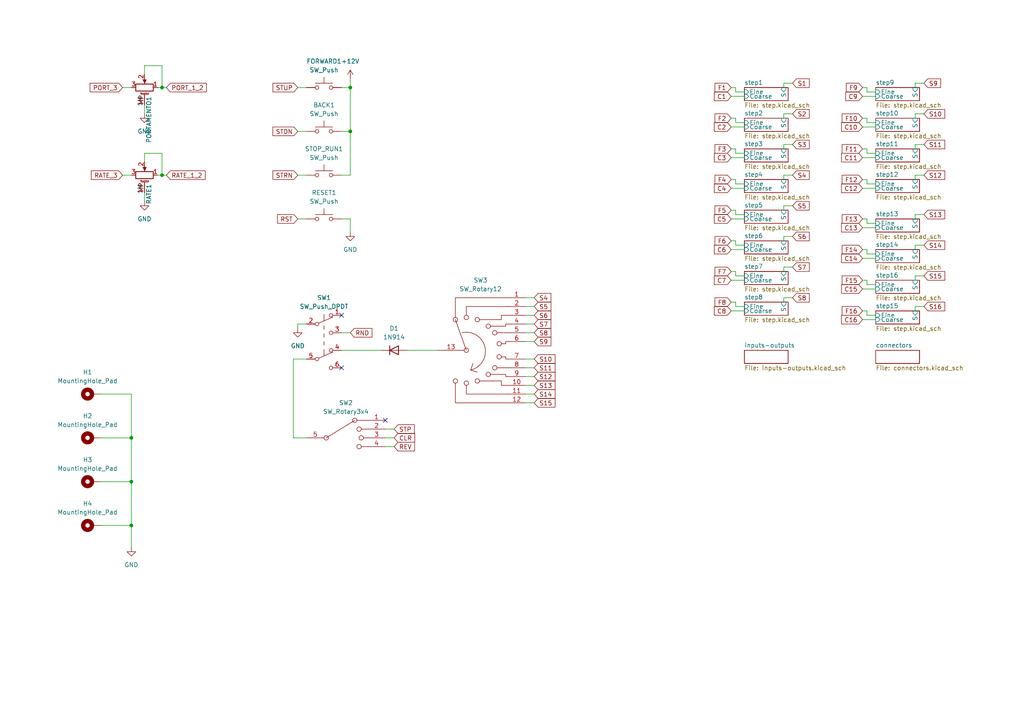
<source format=kicad_sch>
(kicad_sch (version 20230121) (generator eeschema)
  (paper "A4")
  (lib_symbols
    (symbol "Device:R_Potentiometer_MountingPin" (pin_names (offset 1.016) hide)
      (property "Reference" "RV" (at -8.255 0 90))
      (property "Value" "R_Potentiometer_MountingPin" (at -6.35 0 90))
      (symbol "R_Potentiometer_MountingPin_0_1"
        (polyline (pts (xy 2.54 0) (xy 1.524 0)))
        (polyline (pts (xy 1.143 0) (xy 2.286 0.508) (xy 2.286 -0.508)) (fill (type outline)))
        (rectangle (start 1.016 2.54) (end -1.016 -2.54) (stroke (width 0.254)))
      )
      (symbol "R_Potentiometer_MountingPin_1_1"
        (polyline (pts (xy -2.032 1.016) (xy -2.032 -1.016)) (stroke (width 0.1524)))
        (text "Mounting" (at -1.651 0 900) (effects (font (size 0.381 0.381))))
        (pin passive line (at 0 3.81 270) (length 1.27) (name "1") (number "1"))
        (pin passive line (at 3.81 0 180) (length 1.27) (name "2") (number "2"))
        (pin passive line (at 0 -3.81 90) (length 1.27) (name "3") (number "3"))
        (pin passive line (at -5.08 0 0) (length 3.048) (name "MountPin") (number "MP"))
      )
    )
    (symbol "Diode:1N914" (pin_numbers hide) (pin_names hide)
      (property "Reference" "D" (at 0 2.54 0))
      (property "Value" "1N914" (at 0 -2.54 0))
      (symbol "1N914_0_1"
        (polyline (pts (xy -1.27 1.27) (xy -1.27 -1.27)) (stroke (width 0.254)))
        (polyline (pts (xy 1.27 0) (xy -1.27 0)))
        (polyline (pts (xy 1.27 1.27) (xy 1.27 -1.27) (xy -1.27 0) (xy 1.27 1.27)) (stroke (width 0.254)))
      )
      (symbol "1N914_1_1"
        (pin passive line (at -3.81 0 0) (length 2.54) (name "K") (number "1"))
        (pin passive line (at 3.81 0 180) (length 2.54) (name "A") (number "2"))
      )
    )
    (symbol "Mechanical:MountingHole_Pad" (pin_numbers hide) (pin_names (offset 1.016) hide)
      (property "Reference" "H" (at 0 6.35 0))
      (property "Value" "MountingHole_Pad" (at 0 4.445 0))
      (symbol "MountingHole_Pad_0_1"
        (circle (center 0 1.27) (radius 1.27) (stroke (width 1.27)))
      )
      (symbol "MountingHole_Pad_1_1"
        (pin input line (at 0 -2.54 90) (length 2.54) (name "1") (number "1"))
      )
    )
    (symbol "Switch:SW_Push" (pin_numbers hide) (pin_names (offset 1.016) hide)
      (property "Reference" "SW" (at 1.27 2.54 0))
      (property "Value" "SW_Push" (at 0 -1.524 0))
      (symbol "SW_Push_0_1"
        (circle (center -2.032 0) (radius 0.508))
        (polyline (pts (xy 0 1.27) (xy 0 3.048)))
        (polyline (pts (xy 2.54 1.27) (xy -2.54 1.27)))
        (circle (center 2.032 0) (radius 0.508))
        (pin passive line (at -5.08 0 0) (length 2.54) (name "1") (number "1"))
        (pin passive line (at 5.08 0 180) (length 2.54) (name "2") (number "2"))
      )
    )
    (symbol "Switch:SW_Push_DPDT" (pin_names (offset 0) hide)
      (property "Reference" "SW" (at 0 8.89 0))
      (property "Value" "SW_Push_DPDT" (at 0 -10.16 0))
      (symbol "SW_Push_DPDT_0_0"
        (circle (center -2.032 -5.08) (radius 0.508))
        (circle (center -2.032 5.08) (radius 0.508))
        (circle (center 2.032 -7.62) (radius 0.508))
        (circle (center 2.032 2.54) (radius 0.508))
      )
      (symbol "SW_Push_DPDT_0_1"
        (polyline (pts (xy -1.524 -4.826) (xy 2.54 -3.048)))
        (polyline (pts (xy -1.524 5.334) (xy 2.54 7.112)))
        (polyline (pts (xy 0 -2.286) (xy 0 -4.064)))
        (polyline (pts (xy 0 -1.016) (xy 0 0)))
        (polyline (pts (xy 0 1.27) (xy 0 2.286)))
        (polyline (pts (xy 0 3.556) (xy 0 4.572)))
        (polyline (pts (xy 0 7.874) (xy 0 6.096)))
        (circle (center 2.032 -2.54) (radius 0.508))
        (circle (center 2.032 7.62) (radius 0.508))
      )
      (symbol "SW_Push_DPDT_1_1"
        (pin passive line (at 5.08 7.62 180) (length 2.54) (name "A") (number "1"))
        (pin passive line (at -5.08 5.08 0) (length 2.54) (name "B") (number "2"))
        (pin passive line (at 5.08 2.54 180) (length 2.54) (name "C") (number "3"))
        (pin passive line (at 5.08 -2.54 180) (length 2.54) (name "A") (number "4"))
        (pin passive line (at -5.08 -5.08 0) (length 2.54) (name "B") (number "5"))
        (pin passive line (at 5.08 -7.62 180) (length 2.54) (name "C") (number "6"))
      )
    )
    (symbol "Switch:SW_Rotary12" (pin_names (offset 1.016) hide)
      (property "Reference" "SW" (at 0 17.78 0))
      (property "Value" "SW_Rotary12" (at 0 -17.78 0))
      (symbol "SW_Rotary12_0_0"
        (circle (center -10.16 -8.89) (radius 0.635))
        (circle (center -10.16 8.89) (radius 0.635))
        (circle (center -6.985 -9.525) (radius 0.635))
        (circle (center -6.985 0) (radius 0.635))
        (circle (center -6.985 9.525) (radius 0.635))
        (arc (start -5.715 -5.715) (mid -1.5995 0.937) (end -8.255 5.08))
        (circle (center -3.81 -8.89) (radius 0.635))
        (circle (center -3.81 8.89) (radius 0.635))
        (circle (center -0.635 -6.985) (radius 0.635))
        (circle (center -0.635 6.985) (radius 0.635))
        (polyline (pts (xy -6.985 0) (xy -10.16 8.89)))
        (polyline (pts (xy -5.715 -5.715) (xy -5.08 -3.81)))
        (polyline (pts (xy -5.715 -5.715) (xy -3.81 -6.35)))
        (polyline (pts (xy 1.905 -5.08) (xy 5.08 -5.08)))
        (polyline (pts (xy 1.905 5.08) (xy 5.08 5.08)))
        (polyline (pts (xy -10.16 -9.525) (xy -10.16 -15.24) (xy 5.08 -15.24)))
        (polyline (pts (xy -10.16 9.525) (xy -10.16 15.24) (xy 5.08 15.24)))
        (polyline (pts (xy -6.985 -10.16) (xy -6.985 -12.7) (xy 5.08 -12.7)))
        (polyline (pts (xy -6.985 10.16) (xy -6.985 12.7) (xy 5.08 12.7)))
        (polyline (pts (xy -3.175 -8.89) (xy 3.175 -8.89) (xy 3.175 -10.16) (xy 5.08 -10.16)))
        (polyline (pts (xy -3.175 8.89) (xy 3.175 8.89) (xy 3.175 10.16) (xy 5.08 10.16)))
        (polyline (pts (xy 0 -6.985) (xy 4.445 -6.985) (xy 4.445 -7.62) (xy 5.08 -7.62)))
        (polyline (pts (xy 0 6.985) (xy 4.445 6.985) (xy 4.445 7.62) (xy 5.08 7.62)))
        (polyline (pts (xy 3.175 -1.905) (xy 4.445 -1.905) (xy 4.445 -2.54) (xy 5.08 -2.54)))
        (polyline (pts (xy 3.175 1.905) (xy 4.445 1.905) (xy 4.445 2.54) (xy 5.08 2.54)))
        (circle (center 1.27 -5.08) (radius 0.635))
        (circle (center 1.27 5.08) (radius 0.635))
        (circle (center 2.54 -1.905) (radius 0.635))
        (circle (center 2.54 1.905) (radius 0.635))
      )
      (symbol "SW_Rotary12_0_1"
        (pin passive line (at 10.16 15.24 180) (length 5.08) (name "1") (number "1"))
        (pin passive line (at 10.16 -10.16 180) (length 5.08) (name "10") (number "10"))
        (pin passive line (at 10.16 -12.7 180) (length 5.08) (name "11") (number "11"))
        (pin passive line (at 10.16 -15.24 180) (length 5.08) (name "12") (number "12"))
        (pin passive line (at -15.24 0 0) (length 7.62) (name "13") (number "13"))
        (pin passive line (at 10.16 12.7 180) (length 5.08) (name "2") (number "2"))
        (pin passive line (at 10.16 10.16 180) (length 5.08) (name "3") (number "3"))
        (pin passive line (at 10.16 7.62 180) (length 5.08) (name "4") (number "4"))
        (pin passive line (at 10.16 5.08 180) (length 5.08) (name "5") (number "5"))
        (pin passive line (at 10.16 2.54 180) (length 5.08) (name "6") (number "6"))
        (pin passive line (at 10.16 -2.54 180) (length 5.08) (name "7") (number "7"))
        (pin passive line (at 10.16 -5.08 180) (length 5.08) (name "8") (number "8"))
        (pin passive line (at 10.16 -7.62 180) (length 5.08) (name "9") (number "9"))
      )
    )
    (symbol "Synth:SW_Rotary4" (pin_names (offset 1.016) hide)
      (property "Reference" "SW2" (at 1.27 10.16 0))
      (property "Value" "SW_Rotary4" (at 1.27 7.62 0))
      (symbol "SW_Rotary4_0_0"
        (circle (center -4.445 0) (radius 0.635))
        (polyline (pts (xy -4.445 0) (xy 3.81 5.08)))
        (polyline (pts (xy 4.445 5.08) (xy 7.62 5.08)))
        (polyline (pts (xy 5.715 -2.54) (xy 7.62 -2.54)))
        (polyline (pts (xy 5.715 2.54) (xy 7.62 2.54)))
        (polyline (pts (xy 6.35 0) (xy 7.62 0)))
        (circle (center 3.81 5.08) (radius 0.635))
        (circle (center 5.08 -2.54) (radius 0.635))
        (circle (center 5.08 2.54) (radius 0.635))
        (circle (center 5.715 0) (radius 0.635))
      )
      (symbol "SW_Rotary4_0_1"
        (pin passive line (at 12.7 5.08 180) (length 5.08) (name "1") (number "1"))
        (pin passive line (at 12.7 2.54 180) (length 5.08) (name "2") (number "2"))
        (pin passive line (at 12.7 0 180) (length 5.08) (name "3") (number "3"))
        (pin passive line (at 12.7 -2.54 180) (length 5.08) (name "4") (number "4"))
      )
      (symbol "SW_Rotary4_1_1"
        (pin passive line (at -10.16 0 0) (length 5.08) (name "5") (number "5"))
      )
    )
    (symbol "power:+12V" (power) (pin_names (offset 0))
      (property "Value" "+12V" (at 0 3.556 0))
      (symbol "+12V_0_1"
        (polyline (pts (xy -0.762 1.27) (xy 0 2.54)))
        (polyline (pts (xy 0 0) (xy 0 2.54)))
        (polyline (pts (xy 0 2.54) (xy 0.762 1.27)))
      )
      (symbol "+12V_1_1"
        (pin power_in line (at 0 0 90) (length 0) hide (name "+12V") (number "1"))
      )
    )
    (symbol "power:GND" (power) (pin_names (offset 0))
      (property "Value" "GND" (at 0 -3.81 0))
      (symbol "GND_0_1"
        (polyline (pts (xy 0 0) (xy 0 -1.27) (xy 1.27 -1.27) (xy 0 -2.54) (xy -1.27 -1.27) (xy 0 -1.27)))
      )
      (symbol "GND_1_1"
        (pin power_in line (at 0 0 270) (length 0) hide (name "GND") (number "1"))
      )
    )
  )
  (junction (at 46.99 25.4))
  (junction (at 101.6 38.1))
  (junction (at 38.1 139.7))
  (junction (at 38.1 127))
  (junction (at 38.1 152.4))
  (junction (at 46.99 50.8))
  (junction (at 101.6 25.4))
  (no_connect (at 99.06 91.44))
  (no_connect (at 111.76 121.92))
  (no_connect (at 99.06 106.68))
  (wire (pts (xy 251.46 52.07) (xy 250.19 52.07)))
  (wire (pts (xy 152.4 96.52) (xy 154.94 96.52)))
  (wire (pts (xy 85.09 127) (xy 88.9 127)))
  (wire (pts (xy 111.76 124.46) (xy 114.3 124.46)))
  (wire (pts (xy 212.09 36.83) (xy 215.9 36.83)))
  (wire (pts (xy 215.9 71.12) (xy 213.36 71.12)))
  (wire (pts (xy 152.4 86.36) (xy 154.94 86.36)))
  (wire (pts (xy 251.46 43.18) (xy 250.19 43.18)))
  (wire (pts (xy 227.33 68.58) (xy 227.33 69.85)))
  (wire (pts (xy 85.09 104.14) (xy 85.09 127)))
  (wire (pts (xy 215.9 80.01) (xy 213.36 80.01)))
  (wire (pts (xy 215.9 88.9) (xy 213.36 88.9)))
  (wire (pts (xy 213.36 44.45) (xy 213.36 43.18)))
  (wire (pts (xy 251.46 81.28) (xy 250.19 81.28)))
  (wire (pts (xy 38.1 114.3) (xy 38.1 127)))
  (wire (pts (xy 229.87 41.91) (xy 227.33 41.91)))
  (wire (pts (xy 251.46 82.55) (xy 251.46 81.28)))
  (wire (pts (xy 152.4 104.14) (xy 154.94 104.14)))
  (wire (pts (xy 265.43 24.13) (xy 265.43 25.4)))
  (wire (pts (xy 265.43 50.8) (xy 265.43 52.07)))
  (wire (pts (xy 215.9 53.34) (xy 213.36 53.34)))
  (wire (pts (xy 101.6 22.86) (xy 101.6 25.4)))
  (wire (pts (xy 267.97 50.8) (xy 265.43 50.8)))
  (wire (pts (xy 251.46 53.34) (xy 251.46 52.07)))
  (wire (pts (xy 86.36 63.5) (xy 88.9 63.5)))
  (wire (pts (xy 254 44.45) (xy 251.46 44.45)))
  (wire (pts (xy 101.6 63.5) (xy 101.6 67.31)))
  (wire (pts (xy 227.33 33.02) (xy 227.33 34.29)))
  (wire (pts (xy 38.1 152.4) (xy 38.1 158.75)))
  (wire (pts (xy 88.9 93.98) (xy 86.36 93.98)))
  (wire (pts (xy 212.09 27.94) (xy 215.9 27.94)))
  (wire (pts (xy 213.36 60.96) (xy 212.09 60.96)))
  (wire (pts (xy 251.46 90.17) (xy 250.19 90.17)))
  (wire (pts (xy 254 64.77) (xy 251.46 64.77)))
  (wire (pts (xy 250.19 66.04) (xy 254 66.04)))
  (wire (pts (xy 267.97 62.23) (xy 265.43 62.23)))
  (wire (pts (xy 212.09 81.28) (xy 215.9 81.28)))
  (wire (pts (xy 229.87 68.58) (xy 227.33 68.58)))
  (wire (pts (xy 254 35.56) (xy 251.46 35.56)))
  (wire (pts (xy 265.43 71.12) (xy 265.43 72.39)))
  (wire (pts (xy 267.97 88.9) (xy 265.43 88.9)))
  (wire (pts (xy 212.09 90.17) (xy 215.9 90.17)))
  (wire (pts (xy 86.36 93.98) (xy 86.36 95.25)))
  (wire (pts (xy 152.4 114.3) (xy 154.94 114.3)))
  (wire (pts (xy 152.4 91.44) (xy 154.94 91.44)))
  (wire (pts (xy 88.9 104.14) (xy 85.09 104.14)))
  (wire (pts (xy 265.43 41.91) (xy 265.43 43.18)))
  (wire (pts (xy 251.46 35.56) (xy 251.46 34.29)))
  (wire (pts (xy 265.43 80.01) (xy 265.43 81.28)))
  (wire (pts (xy 213.36 34.29) (xy 212.09 34.29)))
  (wire (pts (xy 152.4 111.76) (xy 154.94 111.76)))
  (wire (pts (xy 215.9 62.23) (xy 213.36 62.23)))
  (wire (pts (xy 250.19 83.82) (xy 254 83.82)))
  (wire (pts (xy 215.9 26.67) (xy 213.36 26.67)))
  (wire (pts (xy 213.36 87.63) (xy 212.09 87.63)))
  (wire (pts (xy 229.87 50.8) (xy 227.33 50.8)))
  (wire (pts (xy 29.21 139.7) (xy 38.1 139.7)))
  (wire (pts (xy 29.21 127) (xy 38.1 127)))
  (wire (pts (xy 46.99 19.05) (xy 46.99 25.4)))
  (wire (pts (xy 250.19 92.71) (xy 254 92.71)))
  (wire (pts (xy 152.4 116.84) (xy 154.94 116.84)))
  (wire (pts (xy 111.76 127) (xy 114.3 127)))
  (wire (pts (xy 251.46 64.77) (xy 251.46 63.5)))
  (wire (pts (xy 213.36 69.85) (xy 212.09 69.85)))
  (wire (pts (xy 267.97 24.13) (xy 265.43 24.13)))
  (wire (pts (xy 251.46 34.29) (xy 250.19 34.29)))
  (wire (pts (xy 212.09 72.39) (xy 215.9 72.39)))
  (wire (pts (xy 251.46 73.66) (xy 251.46 72.39)))
  (wire (pts (xy 86.36 38.1) (xy 88.9 38.1)))
  (wire (pts (xy 152.4 109.22) (xy 154.94 109.22)))
  (wire (pts (xy 212.09 45.72) (xy 215.9 45.72)))
  (wire (pts (xy 215.9 44.45) (xy 213.36 44.45)))
  (wire (pts (xy 265.43 33.02) (xy 265.43 34.29)))
  (wire (pts (xy 251.46 63.5) (xy 250.19 63.5)))
  (wire (pts (xy 213.36 35.56) (xy 213.36 34.29)))
  (wire (pts (xy 101.6 38.1) (xy 101.6 50.8)))
  (wire (pts (xy 213.36 53.34) (xy 213.36 52.07)))
  (wire (pts (xy 99.06 101.6) (xy 110.49 101.6)))
  (wire (pts (xy 118.11 101.6) (xy 127 101.6)))
  (wire (pts (xy 254 91.44) (xy 251.46 91.44)))
  (wire (pts (xy 250.19 54.61) (xy 254 54.61)))
  (wire (pts (xy 250.19 45.72) (xy 254 45.72)))
  (wire (pts (xy 152.4 88.9) (xy 154.94 88.9)))
  (wire (pts (xy 227.33 59.69) (xy 227.33 60.96)))
  (wire (pts (xy 215.9 35.56) (xy 213.36 35.56)))
  (wire (pts (xy 41.91 55.88) (xy 41.91 58.42)))
  (wire (pts (xy 267.97 33.02) (xy 265.43 33.02)))
  (wire (pts (xy 29.21 114.3) (xy 38.1 114.3)))
  (wire (pts (xy 99.06 63.5) (xy 101.6 63.5)))
  (wire (pts (xy 213.36 78.74) (xy 212.09 78.74)))
  (wire (pts (xy 41.91 19.05) (xy 46.99 19.05)))
  (wire (pts (xy 99.06 38.1) (xy 101.6 38.1)))
  (wire (pts (xy 212.09 54.61) (xy 215.9 54.61)))
  (wire (pts (xy 46.99 25.4) (xy 48.26 25.4)))
  (wire (pts (xy 29.21 152.4) (xy 38.1 152.4)))
  (wire (pts (xy 227.33 24.13) (xy 227.33 25.4)))
  (wire (pts (xy 265.43 62.23) (xy 265.43 63.5)))
  (wire (pts (xy 38.1 139.7) (xy 38.1 152.4)))
  (wire (pts (xy 267.97 41.91) (xy 265.43 41.91)))
  (wire (pts (xy 227.33 50.8) (xy 227.33 52.07)))
  (wire (pts (xy 41.91 21.59) (xy 41.91 19.05)))
  (wire (pts (xy 251.46 72.39) (xy 250.19 72.39)))
  (wire (pts (xy 227.33 86.36) (xy 227.33 87.63)))
  (wire (pts (xy 152.4 106.68) (xy 154.94 106.68)))
  (wire (pts (xy 152.4 93.98) (xy 154.94 93.98)))
  (wire (pts (xy 251.46 91.44) (xy 251.46 90.17)))
  (wire (pts (xy 229.87 59.69) (xy 227.33 59.69)))
  (wire (pts (xy 35.56 25.4) (xy 38.1 25.4)))
  (wire (pts (xy 213.36 71.12) (xy 213.36 69.85)))
  (wire (pts (xy 250.19 27.94) (xy 254 27.94)))
  (wire (pts (xy 267.97 80.01) (xy 265.43 80.01)))
  (wire (pts (xy 229.87 24.13) (xy 227.33 24.13)))
  (wire (pts (xy 45.72 50.8) (xy 46.99 50.8)))
  (wire (pts (xy 213.36 43.18) (xy 212.09 43.18)))
  (wire (pts (xy 38.1 127) (xy 38.1 139.7)))
  (wire (pts (xy 250.19 74.93) (xy 254 74.93)))
  (wire (pts (xy 229.87 77.47) (xy 227.33 77.47)))
  (wire (pts (xy 111.76 129.54) (xy 114.3 129.54)))
  (wire (pts (xy 212.09 63.5) (xy 215.9 63.5)))
  (wire (pts (xy 99.06 25.4) (xy 101.6 25.4)))
  (wire (pts (xy 213.36 62.23) (xy 213.36 60.96)))
  (wire (pts (xy 250.19 36.83) (xy 254 36.83)))
  (wire (pts (xy 213.36 25.4) (xy 212.09 25.4)))
  (wire (pts (xy 227.33 41.91) (xy 227.33 43.18)))
  (wire (pts (xy 99.06 96.52) (xy 101.6 96.52)))
  (wire (pts (xy 254 82.55) (xy 251.46 82.55)))
  (wire (pts (xy 254 53.34) (xy 251.46 53.34)))
  (wire (pts (xy 254 26.67) (xy 251.46 26.67)))
  (wire (pts (xy 213.36 26.67) (xy 213.36 25.4)))
  (wire (pts (xy 101.6 25.4) (xy 101.6 38.1)))
  (wire (pts (xy 229.87 86.36) (xy 227.33 86.36)))
  (wire (pts (xy 41.91 44.45) (xy 46.99 44.45)))
  (wire (pts (xy 35.56 50.8) (xy 38.1 50.8)))
  (wire (pts (xy 41.91 30.48) (xy 41.91 33.02)))
  (wire (pts (xy 46.99 44.45) (xy 46.99 50.8)))
  (wire (pts (xy 254 73.66) (xy 251.46 73.66)))
  (wire (pts (xy 229.87 33.02) (xy 227.33 33.02)))
  (wire (pts (xy 251.46 26.67) (xy 251.46 25.4)))
  (wire (pts (xy 86.36 50.8) (xy 88.9 50.8)))
  (wire (pts (xy 265.43 88.9) (xy 265.43 90.17)))
  (wire (pts (xy 152.4 99.06) (xy 154.94 99.06)))
  (wire (pts (xy 101.6 50.8) (xy 99.06 50.8)))
  (wire (pts (xy 213.36 88.9) (xy 213.36 87.63)))
  (wire (pts (xy 46.99 50.8) (xy 48.26 50.8)))
  (wire (pts (xy 227.33 77.47) (xy 227.33 78.74)))
  (wire (pts (xy 213.36 80.01) (xy 213.36 78.74)))
  (wire (pts (xy 45.72 25.4) (xy 46.99 25.4)))
  (wire (pts (xy 86.36 25.4) (xy 88.9 25.4)))
  (wire (pts (xy 251.46 44.45) (xy 251.46 43.18)))
  (wire (pts (xy 267.97 71.12) (xy 265.43 71.12)))
  (wire (pts (xy 251.46 25.4) (xy 250.19 25.4)))
  (wire (pts (xy 41.91 46.99) (xy 41.91 44.45)))
  (wire (pts (xy 213.36 52.07) (xy 212.09 52.07)))
  (global_label "S4" (shape input) (at 154.94 86.36 0) (property "Intersheetrefs" "${INTERSHEET_REFS}" (effects hide)))
  (global_label "F12" (shape input) (at 250.19 52.07 180) (property "Intersheetrefs" "${INTERSHEET_REFS}" (effects hide)))
  (global_label "S14" (shape input) (at 267.97 71.12 0) (property "Intersheetrefs" "${INTERSHEET_REFS}" (effects hide)))
  (global_label "S8" (shape input) (at 229.87 86.36 0) (property "Intersheetrefs" "${INTERSHEET_REFS}" (effects hide)))
  (global_label "S7" (shape input) (at 154.94 93.98 0) (property "Intersheetrefs" "${INTERSHEET_REFS}" (effects hide)))
  (global_label "S2" (shape input) (at 229.87 33.02 0) (property "Intersheetrefs" "${INTERSHEET_REFS}" (effects hide)))
  (global_label "S6" (shape input) (at 229.87 68.58 0) (property "Intersheetrefs" "${INTERSHEET_REFS}" (effects hide)))
  (global_label "C2" (shape input) (at 212.09 36.83 180) (property "Intersheetrefs" "${INTERSHEET_REFS}" (effects hide)))
  (global_label "S15" (shape input) (at 154.94 116.84 0) (property "Intersheetrefs" "${INTERSHEET_REFS}" (effects hide)))
  (global_label "REV" (shape input) (at 114.3 129.54 0) (property "Intersheetrefs" "${INTERSHEET_REFS}" (effects hide)))
  (global_label "CLR" (shape input) (at 114.3 127 0) (property "Intersheetrefs" "${INTERSHEET_REFS}" (effects hide)))
  (global_label "F11" (shape input) (at 250.19 43.18 180) (property "Intersheetrefs" "${INTERSHEET_REFS}" (effects hide)))
  (global_label "C7" (shape input) (at 212.09 81.28 180) (property "Intersheetrefs" "${INTERSHEET_REFS}" (effects hide)))
  (global_label "F14" (shape input) (at 250.19 72.39 180) (property "Intersheetrefs" "${INTERSHEET_REFS}" (effects hide)))
  (global_label "F2" (shape input) (at 212.09 34.29 180) (property "Intersheetrefs" "${INTERSHEET_REFS}" (effects hide)))
  (global_label "C10" (shape input) (at 250.19 36.83 180) (property "Intersheetrefs" "${INTERSHEET_REFS}" (effects hide)))
  (global_label "C6" (shape input) (at 212.09 72.39 180) (property "Intersheetrefs" "${INTERSHEET_REFS}" (effects hide)))
  (global_label "S13" (shape input) (at 267.97 62.23 0) (property "Intersheetrefs" "${INTERSHEET_REFS}" (effects hide)))
  (global_label "F8" (shape input) (at 212.09 87.63 180) (property "Intersheetrefs" "${INTERSHEET_REFS}" (effects hide)))
  (global_label "STUP" (shape input) (at 86.36 25.4 180) (property "Intersheetrefs" "${INTERSHEET_REFS}" (effects hide)))
  (global_label "S13" (shape input) (at 154.94 111.76 0) (property "Intersheetrefs" "${INTERSHEET_REFS}" (effects hide)))
  (global_label "C13" (shape input) (at 250.19 66.04 180) (property "Intersheetrefs" "${INTERSHEET_REFS}" (effects hide)))
  (global_label "STP" (shape input) (at 114.3 124.46 0) (property "Intersheetrefs" "${INTERSHEET_REFS}" (effects hide)))
  (global_label "C16" (shape input) (at 250.19 92.71 180) (property "Intersheetrefs" "${INTERSHEET_REFS}" (effects hide)))
  (global_label "RST" (shape input) (at 86.36 63.5 180) (property "Intersheetrefs" "${INTERSHEET_REFS}" (effects hide)))
  (global_label "S15" (shape input) (at 267.97 80.01 0) (property "Intersheetrefs" "${INTERSHEET_REFS}" (effects hide)))
  (global_label "F13" (shape input) (at 250.19 63.5 180) (property "Intersheetrefs" "${INTERSHEET_REFS}" (effects hide)))
  (global_label "F16" (shape input) (at 250.19 90.17 180) (property "Intersheetrefs" "${INTERSHEET_REFS}" (effects hide)))
  (global_label "F5" (shape input) (at 212.09 60.96 180) (property "Intersheetrefs" "${INTERSHEET_REFS}" (effects hide)))
  (global_label "S9" (shape input) (at 267.97 24.13 0) (property "Intersheetrefs" "${INTERSHEET_REFS}" (effects hide)))
  (global_label "F6" (shape input) (at 212.09 69.85 180) (property "Intersheetrefs" "${INTERSHEET_REFS}" (effects hide)))
  (global_label "S3" (shape input) (at 229.87 41.91 0) (property "Intersheetrefs" "${INTERSHEET_REFS}" (effects hide)))
  (global_label "S11" (shape input) (at 267.97 41.91 0) (property "Intersheetrefs" "${INTERSHEET_REFS}" (effects hide)))
  (global_label "F9" (shape input) (at 250.19 25.4 180) (property "Intersheetrefs" "${INTERSHEET_REFS}" (effects hide)))
  (global_label "S10" (shape input) (at 267.97 33.02 0) (property "Intersheetrefs" "${INTERSHEET_REFS}" (effects hide)))
  (global_label "C15" (shape input) (at 250.19 83.82 180) (property "Intersheetrefs" "${INTERSHEET_REFS}" (effects hide)))
  (global_label "F3" (shape input) (at 212.09 43.18 180) (property "Intersheetrefs" "${INTERSHEET_REFS}" (effects hide)))
  (global_label "STDN" (shape input) (at 86.36 38.1 180) (property "Intersheetrefs" "${INTERSHEET_REFS}" (effects hide)))
  (global_label "RND" (shape input) (at 101.6 96.52 0) (property "Intersheetrefs" "${INTERSHEET_REFS}" (effects hide)))
  (global_label "RATE_1_2" (shape input) (at 48.26 50.8 0) (property "Intersheetrefs" "${INTERSHEET_REFS}" (effects hide)))
  (global_label "STRN" (shape input) (at 86.36 50.8 180) (property "Intersheetrefs" "${INTERSHEET_REFS}" (effects hide)))
  (global_label "S1" (shape input) (at 229.87 24.13 0) (property "Intersheetrefs" "${INTERSHEET_REFS}" (effects hide)))
  (global_label "S5" (shape input) (at 154.94 88.9 0) (property "Intersheetrefs" "${INTERSHEET_REFS}" (effects hide)))
  (global_label "F4" (shape input) (at 212.09 52.07 180) (property "Intersheetrefs" "${INTERSHEET_REFS}" (effects hide)))
  (global_label "S9" (shape input) (at 154.94 99.06 0) (property "Intersheetrefs" "${INTERSHEET_REFS}" (effects hide)))
  (global_label "C9" (shape input) (at 250.19 27.94 180) (property "Intersheetrefs" "${INTERSHEET_REFS}" (effects hide)))
  (global_label "S14" (shape input) (at 154.94 114.3 0) (property "Intersheetrefs" "${INTERSHEET_REFS}" (effects hide)))
  (global_label "PORT_1_2" (shape input) (at 48.26 25.4 0) (property "Intersheetrefs" "${INTERSHEET_REFS}" (effects hide)))
  (global_label "C14" (shape input) (at 250.19 74.93 180) (property "Intersheetrefs" "${INTERSHEET_REFS}" (effects hide)))
  (global_label "RATE_3" (shape input) (at 35.56 50.8 180) (property "Intersheetrefs" "${INTERSHEET_REFS}" (effects hide)))
  (global_label "F10" (shape input) (at 250.19 34.29 180) (property "Intersheetrefs" "${INTERSHEET_REFS}" (effects hide)))
  (global_label "S7" (shape input) (at 229.87 77.47 0) (property "Intersheetrefs" "${INTERSHEET_REFS}" (effects hide)))
  (global_label "C12" (shape input) (at 250.19 54.61 180) (property "Intersheetrefs" "${INTERSHEET_REFS}" (effects hide)))
  (global_label "S5" (shape input) (at 229.87 59.69 0) (property "Intersheetrefs" "${INTERSHEET_REFS}" (effects hide)))
  (global_label "C11" (shape input) (at 250.19 45.72 180) (property "Intersheetrefs" "${INTERSHEET_REFS}" (effects hide)))
  (global_label "S4" (shape input) (at 229.87 50.8 0) (property "Intersheetrefs" "${INTERSHEET_REFS}" (effects hide)))
  (global_label "S11" (shape input) (at 154.94 106.68 0) (property "Intersheetrefs" "${INTERSHEET_REFS}" (effects hide)))
  (global_label "F7" (shape input) (at 212.09 78.74 180) (property "Intersheetrefs" "${INTERSHEET_REFS}" (effects hide)))
  (global_label "S10" (shape input) (at 154.94 104.14 0) (property "Intersheetrefs" "${INTERSHEET_REFS}" (effects hide)))
  (global_label "S8" (shape input) (at 154.94 96.52 0) (property "Intersheetrefs" "${INTERSHEET_REFS}" (effects hide)))
  (global_label "PORT_3" (shape input) (at 35.56 25.4 180) (property "Intersheetrefs" "${INTERSHEET_REFS}" (effects hide)))
  (global_label "S12" (shape input) (at 154.94 109.22 0) (property "Intersheetrefs" "${INTERSHEET_REFS}" (effects hide)))
  (global_label "C5" (shape input) (at 212.09 63.5 180) (property "Intersheetrefs" "${INTERSHEET_REFS}" (effects hide)))
  (global_label "C1" (shape input) (at 212.09 27.94 180) (property "Intersheetrefs" "${INTERSHEET_REFS}" (effects hide)))
  (global_label "S16" (shape input) (at 267.97 88.9 0) (property "Intersheetrefs" "${INTERSHEET_REFS}" (effects hide)))
  (global_label "F1" (shape input) (at 212.09 25.4 180) (property "Intersheetrefs" "${INTERSHEET_REFS}" (effects hide)))
  (global_label "S6" (shape input) (at 154.94 91.44 0) (property "Intersheetrefs" "${INTERSHEET_REFS}" (effects hide)))
  (global_label "C3" (shape input) (at 212.09 45.72 180) (property "Intersheetrefs" "${INTERSHEET_REFS}" (effects hide)))
  (global_label "S12" (shape input) (at 267.97 50.8 0) (property "Intersheetrefs" "${INTERSHEET_REFS}" (effects hide)))
  (global_label "F15" (shape input) (at 250.19 81.28 180) (property "Intersheetrefs" "${INTERSHEET_REFS}" (effects hide)))
  (global_label "C4" (shape input) (at 212.09 54.61 180) (property "Intersheetrefs" "${INTERSHEET_REFS}" (effects hide)))
  (global_label "C8" (shape input) (at 212.09 90.17 180) (property "Intersheetrefs" "${INTERSHEET_REFS}" (effects hide)))
  (symbol (lib_id "Diode:1N914") (at 114.3 101.6 0) (unit 1)
    (property "Reference" "D1" (at 114.3 95.25 0))
    (property "Value" "1N914" (at 114.3 97.79 0))
    (property "Footprint" "Diode_THT:D_DO-35_SOD27_P7.62mm_Horizontal" (effects hide))
    (property "Datasheet" "http://www.vishay.com/docs/85622/1n914.pdf" (effects hide))
    (property "Sim.Device" "D" (effects hide))
    (property "Sim.Pins" "1=K 2=A" (effects hide))
  )
  (symbol (lib_id "Switch:SW_Push") (at 93.98 63.5 0) (unit 1)
    (property "Reference" "RESET1" (at 93.98 55.88 0))
    (property "Value" "SW_Push" (at 93.98 58.42 0))
    (property "Footprint" "Button_Switch_THT:SW_PUSH_6mm" (effects hide))
  )
  (symbol (lib_id "power:+12V") (at 101.6 22.86 0) (unit 1)
    (property "Reference" "#PWR03" (effects hide))
    (property "Value" "+12V" (at 101.6 17.78 0))
  )
  (symbol (lib_id "power:GND") (at 41.91 33.02 0) (unit 1)
    (property "Reference" "#PWR079" (effects hide))
    (property "Value" "GND" (at 41.91 38.1 0))
  )
  (symbol (lib_id "Mechanical:MountingHole_Pad") (at 26.67 127 90) (unit 1)
    (property "Reference" "H2" (at 25.4 120.65 90))
    (property "Value" "MountingHole_Pad" (at 25.4 123.19 90))
    (property "Footprint" "MountingHole:MountingHole_3.2mm_M3_Pad" (effects hide))
  )
  (symbol (lib_id "Switch:SW_Rotary12") (at 142.24 101.6 0) (unit 1)
    (property "Reference" "SW3" (at 139.3825 81.28 0))
    (property "Value" "SW_Rotary12" (at 139.3825 83.82 0))
    (property "Footprint" "Library:rotary_switch_1P12T" (effects hide))
    (property "Datasheet" "http://cdn-reichelt.de/documents/datenblatt/C200/DS-Serie%23LOR.pdf" (effects hide))
  )
  (symbol (lib_id "Mechanical:MountingHole_Pad") (at 26.67 152.4 90) (unit 1)
    (property "Reference" "H4" (at 25.4 146.05 90))
    (property "Value" "MountingHole_Pad" (at 25.4 148.59 90))
    (property "Footprint" "MountingHole:MountingHole_3.2mm_M3_Pad" (effects hide))
  )
  (symbol (lib_id "power:GND") (at 86.36 95.25 0) (unit 1)
    (property "Reference" "#PWR02" (effects hide))
    (property "Value" "GND" (at 86.36 100.33 0))
  )
  (symbol (lib_id "power:GND") (at 101.6 67.31 0) (unit 1)
    (property "Reference" "#PWR04" (effects hide))
    (property "Value" "GND" (at 101.6 72.39 0))
  )
  (symbol (lib_id "power:GND") (at 41.91 58.42 0) (unit 1)
    (property "Reference" "#PWR078" (effects hide))
    (property "Value" "GND" (at 41.91 63.5 0))
  )
  (symbol (lib_id "Synth:SW_Rotary4") (at 99.06 127 0) (unit 1)
    (property "Reference" "SW2" (at 100.33 116.84 0))
    (property "Value" "SW_Rotary3x4" (at 100.33 119.38 0))
    (property "Footprint" "Library:rotary_switch_3P4T" (effects hide))
    (property "Datasheet" "http://cdn-reichelt.de/documents/datenblatt/C200/DS-Serie%23LOR.pdf" (effects hide))
  )
  (symbol (lib_id "Mechanical:MountingHole_Pad") (at 26.67 114.3 90) (unit 1)
    (property "Reference" "H1" (at 25.4 107.95 90))
    (property "Value" "MountingHole_Pad" (at 25.4 110.49 90))
    (property "Footprint" "MountingHole:MountingHole_3.2mm_M3_Pad" (effects hide))
  )
  (symbol (lib_id "Device:R_Potentiometer_MountingPin") (at 41.91 50.8 270) (mirror x) (unit 1)
    (property "Reference" "RATE1" (at 43.18 53.34 0) (effects (justify right)))
    (property "Value" "1M" (at 40.64 53.34 0) (effects (justify right)))
    (property "Footprint" "Library:Potentiometer_Bourns_PTV09A-1_Single_Vertical" (effects hide))
  )
  (symbol (lib_id "Mechanical:MountingHole_Pad") (at 26.67 139.7 90) (unit 1)
    (property "Reference" "H3" (at 25.4 133.35 90))
    (property "Value" "MountingHole_Pad" (at 25.4 135.89 90))
    (property "Footprint" "MountingHole:MountingHole_3.2mm_M3_Pad" (effects hide))
  )
  (symbol (lib_id "Switch:SW_Push_DPDT") (at 93.98 99.06 0) (unit 1)
    (property "Reference" "SW1" (at 93.98 86.36 0))
    (property "Value" "SW_Push_DPDT" (at 93.98 88.9 0))
    (property "Footprint" "benjiaomodular:ToggleSwitch_MTS-202_DPDT" (effects hide))
  )
  (symbol (lib_id "Switch:SW_Push") (at 93.98 25.4 0) (unit 1)
    (property "Reference" "FORWARD1" (at 93.98 17.78 0))
    (property "Value" "SW_Push" (at 93.98 20.32 0))
    (property "Footprint" "Button_Switch_THT:SW_PUSH_6mm" (effects hide))
  )
  (symbol (lib_id "Switch:SW_Push") (at 93.98 38.1 0) (unit 1)
    (property "Reference" "BACK1" (at 93.98 30.48 0))
    (property "Value" "SW_Push" (at 93.98 33.02 0))
    (property "Footprint" "Button_Switch_THT:SW_PUSH_6mm" (effects hide))
  )
  (symbol (lib_id "power:GND") (at 38.1 158.75 0) (unit 1)
    (property "Reference" "#PWR01" (effects hide))
    (property "Value" "GND" (at 38.1 163.83 0))
  )
  (symbol (lib_id "Device:R_Potentiometer_MountingPin") (at 41.91 25.4 270) (mirror x) (unit 1)
    (property "Reference" "PORTAMENTO1" (at 43.18 27.94 0) (effects (justify right)))
    (property "Value" "1M" (at 40.64 27.94 0) (effects (justify right)))
    (property "Footprint" "Library:Potentiometer_Bourns_PTV09A-1_Single_Vertical" (effects hide))
  )
  (symbol (lib_id "Switch:SW_Push") (at 93.98 50.8 0) (unit 1)
    (property "Reference" "STOP_RUN1" (at 93.98 43.18 0))
    (property "Value" "SW_Push" (at 93.98 45.72 0))
    (property "Footprint" "Button_Switch_THT:SW_PUSH_6mm" (effects hide))
  )
  (sheet (at 215.9 69.85) (size 12.7 3.81) (stroke (width 0.1524))
    (property "Sheetname" "step6" (at 215.9 69.1384 0) (effects (justify left bottom)))
    (property "Sheetfile" "step.kicad_sch" (at 215.9 74.2446 0) (effects (justify left top)))
    (pin "S" input (at 227.33 69.85 90))
    (pin "Coarse" input (at 215.9 72.39 180))
    (pin "Fine" input (at 215.9 71.12 180))
  )
  (sheet (at 215.9 60.96) (size 12.7 3.81) (stroke (width 0.1524))
    (property "Sheetname" "step5" (at 215.9 60.2484 0) (effects (justify left bottom)))
    (property "Sheetfile" "step.kicad_sch" (at 215.9 65.3546 0) (effects (justify left top)))
    (pin "S" input (at 227.33 60.96 90))
    (pin "Coarse" input (at 215.9 63.5 180))
    (pin "Fine" input (at 215.9 62.23 180))
  )
  (sheet (at 215.9 34.29) (size 12.7 3.81) (stroke (width 0.1524))
    (property "Sheetname" "step2" (at 215.9 33.5784 0) (effects (justify left bottom)))
    (property "Sheetfile" "step.kicad_sch" (at 215.9 38.6846 0) (effects (justify left top)))
    (pin "S" input (at 227.33 34.29 90))
    (pin "Coarse" input (at 215.9 36.83 180))
    (pin "Fine" input (at 215.9 35.56 180))
  )
  (sheet (at 215.9 87.63) (size 12.7 3.81) (stroke (width 0.1524))
    (property "Sheetname" "step8" (at 215.9 86.9184 0) (effects (justify left bottom)))
    (property "Sheetfile" "step.kicad_sch" (at 215.9 92.0246 0) (effects (justify left top)))
    (pin "S" input (at 227.33 87.63 90))
    (pin "Coarse" input (at 215.9 90.17 180))
    (pin "Fine" input (at 215.9 88.9 180))
  )
  (sheet (at 215.9 101.6) (size 12.7 3.81) (stroke (width 0.1524))
    (property "Sheetname" "inputs-outputs" (at 215.9 100.8884 0) (effects (justify left bottom)))
    (property "Sheetfile" "inputs-outputs.kicad_sch" (at 215.9 105.9946 0) (effects (justify left top)))
  )
  (sheet (at 215.9 43.18) (size 12.7 3.81) (stroke (width 0.1524))
    (property "Sheetname" "step3" (at 215.9 42.4684 0) (effects (justify left bottom)))
    (property "Sheetfile" "step.kicad_sch" (at 215.9 47.5746 0) (effects (justify left top)))
    (pin "S" input (at 227.33 43.18 90))
    (pin "Coarse" input (at 215.9 45.72 180))
    (pin "Fine" input (at 215.9 44.45 180))
  )
  (sheet (at 254 63.5) (size 12.7 3.81) (stroke (width 0.1524))
    (property "Sheetname" "step13" (at 254 62.7884 0) (effects (justify left bottom)))
    (property "Sheetfile" "step.kicad_sch" (at 254 67.8946 0) (effects (justify left top)))
    (pin "S" input (at 265.43 63.5 90))
    (pin "Coarse" input (at 254 66.04 180))
    (pin "Fine" input (at 254 64.77 180))
  )
  (sheet (at 254 52.07) (size 12.7 3.81) (stroke (width 0.1524))
    (property "Sheetname" "step12" (at 254 51.3584 0) (effects (justify left bottom)))
    (property "Sheetfile" "step.kicad_sch" (at 254 56.4646 0) (effects (justify left top)))
    (pin "S" input (at 265.43 52.07 90))
    (pin "Coarse" input (at 254 54.61 180))
    (pin "Fine" input (at 254 53.34 180))
  )
  (sheet (at 254 81.28) (size 12.7 3.81) (stroke (width 0.1524))
    (property "Sheetname" "step16" (at 254 80.5684 0) (effects (justify left bottom)))
    (property "Sheetfile" "step.kicad_sch" (at 254 85.6746 0) (effects (justify left top)))
    (pin "S" input (at 265.43 81.28 90))
    (pin "Coarse" input (at 254 83.82 180))
    (pin "Fine" input (at 254 82.55 180))
  )
  (sheet (at 254 43.18) (size 12.7 3.81) (stroke (width 0.1524))
    (property "Sheetname" "step11" (at 254 42.4684 0) (effects (justify left bottom)))
    (property "Sheetfile" "step.kicad_sch" (at 254 47.5746 0) (effects (justify left top)))
    (pin "S" input (at 265.43 43.18 90))
    (pin "Coarse" input (at 254 45.72 180))
    (pin "Fine" input (at 254 44.45 180))
  )
  (sheet (at 215.9 25.4) (size 12.7 3.81) (stroke (width 0.1524))
    (property "Sheetname" "step1" (at 215.9 24.6884 0) (effects (justify left bottom)))
    (property "Sheetfile" "step.kicad_sch" (at 215.9 29.7946 0) (effects (justify left top)))
    (pin "S" input (at 227.33 25.4 90))
    (pin "Coarse" input (at 215.9 27.94 180))
    (pin "Fine" input (at 215.9 26.67 180))
  )
  (sheet (at 254 34.29) (size 12.7 3.81) (stroke (width 0.1524))
    (property "Sheetname" "step10" (at 254 33.5784 0) (effects (justify left bottom)))
    (property "Sheetfile" "step.kicad_sch" (at 254 38.6846 0) (effects (justify left top)))
    (pin "S" input (at 265.43 34.29 90))
    (pin "Coarse" input (at 254 36.83 180))
    (pin "Fine" input (at 254 35.56 180))
  )
  (sheet (at 254 101.6) (size 12.7 3.81) (stroke (width 0.1524))
    (property "Sheetname" "connectors" (at 254 100.8884 0) (effects (justify left bottom)))
    (property "Sheetfile" "connectors.kicad_sch" (at 254 105.9946 0) (effects (justify left top)))
  )
  (sheet (at 215.9 52.07) (size 12.7 3.81) (stroke (width 0.1524))
    (property "Sheetname" "step4" (at 215.9 51.3584 0) (effects (justify left bottom)))
    (property "Sheetfile" "step.kicad_sch" (at 215.9 56.4646 0) (effects (justify left top)))
    (pin "S" input (at 227.33 52.07 90))
    (pin "Coarse" input (at 215.9 54.61 180))
    (pin "Fine" input (at 215.9 53.34 180))
  )
  (sheet (at 254 25.4) (size 12.7 3.81) (stroke (width 0.1524))
    (property "Sheetname" "step9" (at 254 24.6884 0) (effects (justify left bottom)))
    (property "Sheetfile" "step.kicad_sch" (at 254 29.7946 0) (effects (justify left top)))
    (pin "S" input (at 265.43 25.4 90))
    (pin "Coarse" input (at 254 27.94 180))
    (pin "Fine" input (at 254 26.67 180))
  )
  (sheet (at 254 72.39) (size 12.7 3.81) (stroke (width 0.1524))
    (property "Sheetname" "step14" (at 254 71.6784 0) (effects (justify left bottom)))
    (property "Sheetfile" "step.kicad_sch" (at 254 76.7846 0) (effects (justify left top)))
    (pin "S" input (at 265.43 72.39 90))
    (pin "Coarse" input (at 254 74.93 180))
    (pin "Fine" input (at 254 73.66 180))
  )
  (sheet (at 254 90.17) (size 12.7 3.81) (stroke (width 0.1524))
    (property "Sheetname" "step15" (at 254 89.4584 0) (effects (justify left bottom)))
    (property "Sheetfile" "step.kicad_sch" (at 254 94.5646 0) (effects (justify left top)))
    (pin "S" input (at 265.43 90.17 90))
    (pin "Coarse" input (at 254 92.71 180))
    (pin "Fine" input (at 254 91.44 180))
  )
  (sheet (at 215.9 78.74) (size 12.7 3.81) (stroke (width 0.1524))
    (property "Sheetname" "step7" (at 215.9 78.0284 0) (effects (justify left bottom)))
    (property "Sheetfile" "step.kicad_sch" (at 215.9 83.1346 0) (effects (justify left top)))
    (pin "S" input (at 227.33 78.74 90))
    (pin "Coarse" input (at 215.9 81.28 180))
    (pin "Fine" input (at 215.9 80.01 180))
  )
)
</source>
